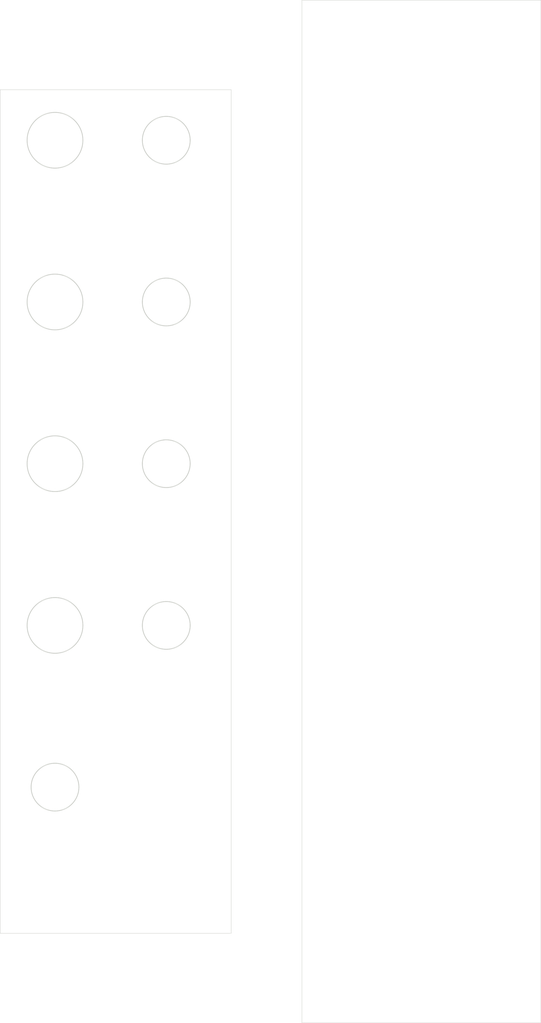
<source format=kicad_pcb>
(kicad_pcb (version 4) (generator "gerbview") (generator_version "8.0")

  (layers 
    (0 F.Cu signal)
    (31 B.Cu signal)
    (32 B.Adhes user)
    (33 F.Adhes user)
    (34 B.Paste user)
    (35 F.Paste user)
    (36 B.SilkS user)
    (37 F.SilkS user)
    (38 B.Mask user)
    (39 F.Mask user)
    (40 Dwgs.User user)
    (41 Cmts.User user)
    (42 Eco1.User user)
    (43 Eco2.User user)
    (44 Edge.Cuts user)
  )

(gr_arc (start 89.89 114.12) (end 92.89 114.12) (angle 180) (layer Edge.Cuts) (width 0.1))
(gr_arc (start 89.89 114.12) (end 86.89 114.12) (angle 180) (layer Edge.Cuts) (width 0.1))
(gr_arc (start 75.92 114.12) (end 79.42 114.12) (angle 180) (layer Edge.Cuts) (width 0.1))
(gr_arc (start 75.92 114.12) (end 72.42 114.12) (angle 180) (layer Edge.Cuts) (width 0.1))
(gr_arc (start 75.92 134.44) (end 78.92 134.44) (angle 180) (layer Edge.Cuts) (width 0.1))
(gr_arc (start 75.92 134.44) (end 72.92 134.44) (angle 180) (layer Edge.Cuts) (width 0.1))
(gr_arc (start 75.92 134.44) (end 78.92 134.44) (angle 180) (layer Edge.Cuts) (width 0.1))
(gr_arc (start 75.92 134.44) (end 72.92 134.44) (angle 180) (layer Edge.Cuts) (width 0.1))
(gr_arc (start 89.89 53.16) (end 92.89 53.16) (angle 180) (layer Edge.Cuts) (width 0.1))
(gr_arc (start 89.89 53.16) (end 86.89 53.16) (angle 180) (layer Edge.Cuts) (width 0.1))
(gr_arc (start 75.92 53.16) (end 79.42 53.16) (angle 180) (layer Edge.Cuts) (width 0.1))
(gr_arc (start 75.92 53.16) (end 72.42 53.16) (angle 180) (layer Edge.Cuts) (width 0.1))
(gr_arc (start 75.92 53.16) (end 79.42 53.16) (angle 180) (layer Edge.Cuts) (width 0.1))
(gr_arc (start 75.92 53.16) (end 72.42 53.16) (angle 180) (layer Edge.Cuts) (width 0.1))
(gr_line (start 69.04 46.81) (end 98.04 46.81) (layer Edge.Cuts) (width 0.05))
(gr_line (start 98.04 46.81) (end 98.04 152.81) (layer Edge.Cuts) (width 0.05))
(gr_line (start 98.04 152.81) (end 69.04 152.81) (layer Edge.Cuts) (width 0.05))
(gr_line (start 69.04 152.81) (end 69.04 46.81) (layer Edge.Cuts) (width 0.05))
(gr_arc (start 89.89 73.48) (end 92.89 73.48) (angle 180) (layer Edge.Cuts) (width 0.1))
(gr_arc (start 89.89 73.48) (end 86.89 73.48) (angle 180) (layer Edge.Cuts) (width 0.1))
(gr_line (start 106.92 35.56) (end 136.92 35.56) (layer Edge.Cuts) (width 0.05))
(gr_line (start 136.92 35.56) (end 136.92 164.06) (layer Edge.Cuts) (width 0.05))
(gr_line (start 136.92 164.06) (end 106.92 164.06) (layer Edge.Cuts) (width 0.05))
(gr_line (start 106.92 164.06) (end 106.92 35.56) (layer Edge.Cuts) (width 0.05))
(gr_arc (start 75.92 93.8) (end 79.42 93.8) (angle 180) (layer Edge.Cuts) (width 0.1))
(gr_arc (start 75.92 93.8) (end 72.42 93.8) (angle 180) (layer Edge.Cuts) (width 0.1))
(gr_arc (start 75.92 73.48) (end 79.42 73.48) (angle 180) (layer Edge.Cuts) (width 0.1))
(gr_arc (start 75.92 73.48) (end 72.42 73.48) (angle 180) (layer Edge.Cuts) (width 0.1))
(gr_arc (start 89.89 93.8) (end 92.89 93.8) (angle 180) (layer Edge.Cuts) (width 0.1))
(gr_arc (start 89.89 93.8) (end 86.89 93.8) (angle 180) (layer Edge.Cuts) (width 0.1))
(gr_arc (start 89.89 114.12) (end 92.89 114.12) (angle 180) (layer Edge.Cuts) (width 0.1))
(gr_arc (start 89.89 114.12) (end 86.89 114.12) (angle 180) (layer Edge.Cuts) (width 0.1))
(gr_arc (start 75.92 93.8) (end 79.42 93.8) (angle 180) (layer Edge.Cuts) (width 0.1))
(gr_arc (start 75.92 93.8) (end 72.42 93.8) (angle 180) (layer Edge.Cuts) (width 0.1))
(gr_arc (start 75.92 73.48) (end 79.42 73.48) (angle 180) (layer Edge.Cuts) (width 0.1))
(gr_arc (start 75.92 73.48) (end 72.42 73.48) (angle 180) (layer Edge.Cuts) (width 0.1))
(gr_arc (start 89.89 73.48) (end 92.89 73.48) (angle 180) (layer Edge.Cuts) (width 0.1))
(gr_arc (start 89.89 73.48) (end 86.89 73.48) (angle 180) (layer Edge.Cuts) (width 0.1))
(gr_arc (start 89.89 93.8) (end 92.89 93.8) (angle 180) (layer Edge.Cuts) (width 0.1))
(gr_arc (start 89.89 93.8) (end 86.89 93.8) (angle 180) (layer Edge.Cuts) (width 0.1))
(gr_arc (start 89.89 53.16) (end 92.89 53.16) (angle 180) (layer Edge.Cuts) (width 0.1))
(gr_arc (start 89.89 53.16) (end 86.89 53.16) (angle 180) (layer Edge.Cuts) (width 0.1))
(gr_arc (start 75.92 114.12) (end 79.42 114.12) (angle 180) (layer Edge.Cuts) (width 0.1))
(gr_arc (start 75.92 114.12) (end 72.42 114.12) (angle 180) (layer Edge.Cuts) (width 0.1))
)

</source>
